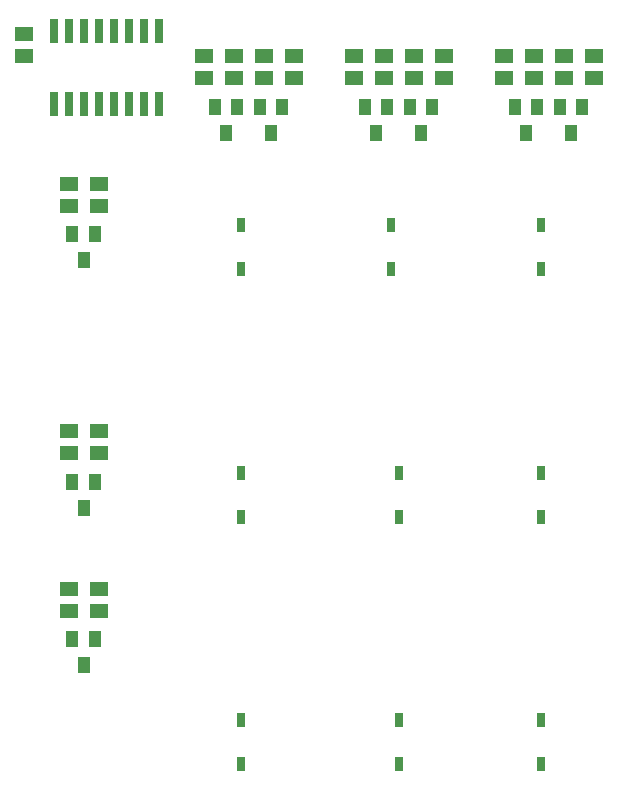
<source format=gtp>
G04 EAGLE Gerber RS-274X export*
G75*
%MOMM*%
%FSLAX34Y34*%
%LPD*%
%INSolderpaste Top*%
%IPPOS*%
%AMOC8*
5,1,8,0,0,1.08239X$1,22.5*%
G01*
%ADD10R,1.500000X1.300000*%
%ADD11R,0.660400X2.032000*%
%ADD12R,1.000000X1.400000*%
%ADD13R,0.700000X1.200000*%


D10*
X19050Y657200D03*
X19050Y638200D03*
D11*
X44450Y597916D03*
X44450Y659384D03*
X57150Y597916D03*
X69850Y597916D03*
X57150Y659384D03*
X69850Y659384D03*
X82550Y597916D03*
X82550Y659384D03*
X95250Y597916D03*
X95250Y659384D03*
X107950Y597916D03*
X120650Y597916D03*
X107950Y659384D03*
X120650Y659384D03*
X133350Y597916D03*
X133350Y659384D03*
D12*
X69850Y465250D03*
X60350Y487250D03*
X79350Y487250D03*
D10*
X82550Y530200D03*
X82550Y511200D03*
X57150Y530200D03*
X57150Y511200D03*
D12*
X69850Y255700D03*
X60350Y277700D03*
X79350Y277700D03*
D10*
X82550Y320650D03*
X82550Y301650D03*
X57150Y320650D03*
X57150Y301650D03*
D12*
X69850Y122350D03*
X60350Y144350D03*
X79350Y144350D03*
D10*
X82550Y187300D03*
X82550Y168300D03*
X57150Y187300D03*
X57150Y168300D03*
D12*
X327000Y595200D03*
X308000Y595200D03*
X317500Y573200D03*
D10*
X374650Y638150D03*
X374650Y619150D03*
X298450Y638150D03*
X298450Y619150D03*
D12*
X355600Y573200D03*
X346100Y595200D03*
X365100Y595200D03*
D10*
X349250Y638150D03*
X349250Y619150D03*
X323850Y638150D03*
X323850Y619150D03*
D12*
X200000Y595200D03*
X181000Y595200D03*
X190500Y573200D03*
D10*
X247650Y638150D03*
X247650Y619150D03*
X171450Y638150D03*
X171450Y619150D03*
D12*
X228600Y573200D03*
X219100Y595200D03*
X238100Y595200D03*
D10*
X222250Y638150D03*
X222250Y619150D03*
X196850Y638150D03*
X196850Y619150D03*
D12*
X454000Y595200D03*
X435000Y595200D03*
X444500Y573200D03*
D10*
X501650Y638150D03*
X501650Y619150D03*
X425450Y638150D03*
X425450Y619150D03*
D12*
X482600Y573200D03*
X473100Y595200D03*
X492100Y595200D03*
D10*
X476250Y638150D03*
X476250Y619150D03*
X450850Y638150D03*
X450850Y619150D03*
D13*
X203200Y457750D03*
X203200Y494750D03*
X330200Y457750D03*
X330200Y494750D03*
X457200Y457750D03*
X457200Y494750D03*
X203200Y248200D03*
X203200Y285200D03*
X336550Y248200D03*
X336550Y285200D03*
X457200Y248200D03*
X457200Y285200D03*
X203200Y38650D03*
X203200Y75650D03*
X336550Y38650D03*
X336550Y75650D03*
X457200Y38650D03*
X457200Y75650D03*
M02*

</source>
